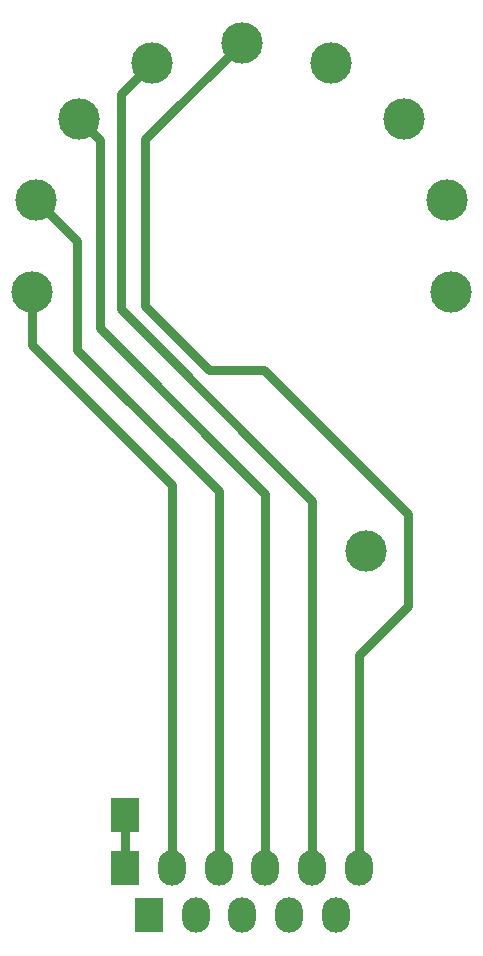
<source format=gbr>
G04 #@! TF.GenerationSoftware,KiCad,Pcbnew,(5.1.4)-1*
G04 #@! TF.CreationDate,2022-10-24T09:46:24-04:00*
G04 #@! TF.ProjectId,CR23 adapter,43523233-2061-4646-9170-7465722e6b69,rev?*
G04 #@! TF.SameCoordinates,Original*
G04 #@! TF.FileFunction,Copper,L1,Top*
G04 #@! TF.FilePolarity,Positive*
%FSLAX46Y46*%
G04 Gerber Fmt 4.6, Leading zero omitted, Abs format (unit mm)*
G04 Created by KiCad (PCBNEW (5.1.4)-1) date 2022-10-24 09:46:24*
%MOMM*%
%LPD*%
G04 APERTURE LIST*
%ADD10C,3.500000*%
%ADD11R,2.350000X3.000000*%
%ADD12O,2.350000X3.000000*%
%ADD13C,0.750000*%
G04 APERTURE END LIST*
D10*
X81350000Y-69595667D03*
X81689875Y-61811257D03*
X85287740Y-54899823D03*
X91469411Y-50156460D03*
X99076540Y-48470000D03*
X106683669Y-50156460D03*
X112865340Y-54899823D03*
X116463205Y-61811257D03*
X116803080Y-69595667D03*
X109576540Y-91470000D03*
D11*
X89220000Y-113870000D03*
X91230000Y-122360000D03*
D12*
X95190000Y-122360000D03*
X99150000Y-122360000D03*
X103110000Y-122360000D03*
X107070000Y-122360000D03*
D11*
X89220000Y-118360000D03*
D12*
X93180000Y-118360000D03*
X97140000Y-118360000D03*
X101100000Y-118360000D03*
X105060000Y-118360000D03*
X109020000Y-118360000D03*
D13*
X90900000Y-56646540D02*
X99076540Y-48470000D01*
X90900000Y-70780000D02*
X90900000Y-56646540D01*
X109020000Y-118360000D02*
X109020000Y-100280000D01*
X109020000Y-100280000D02*
X113175000Y-96125000D01*
X113175000Y-96125000D02*
X113175000Y-88400000D01*
X100940000Y-76165000D02*
X96285000Y-76165000D01*
X113175000Y-88400000D02*
X100940000Y-76165000D01*
X96285000Y-76165000D02*
X90900000Y-70780000D01*
X105060000Y-118360000D02*
X105060000Y-97820000D01*
X105060000Y-87270000D02*
X88840000Y-71050000D01*
X88840000Y-52785871D02*
X91469411Y-50156460D01*
X88840000Y-71050000D02*
X88840000Y-52785871D01*
X105060000Y-97820000D02*
X105060000Y-87270000D01*
X101100000Y-118360000D02*
X101100000Y-97200000D01*
X101100000Y-86650000D02*
X87100000Y-72650000D01*
X87100000Y-56712083D02*
X85287740Y-54899823D01*
X87100000Y-72650000D02*
X87100000Y-56712083D01*
X101100000Y-97200000D02*
X101100000Y-86650000D01*
X97140000Y-118360000D02*
X97140000Y-97000000D01*
X97140000Y-86450000D02*
X85140000Y-74450000D01*
X85140000Y-65261382D02*
X81689875Y-61811257D01*
X85140000Y-74450000D02*
X85140000Y-65261382D01*
X97140000Y-97000000D02*
X97140000Y-86450000D01*
X93180000Y-118360000D02*
X93180000Y-96450000D01*
X81350000Y-74070000D02*
X81350000Y-69595667D01*
X93180000Y-85900000D02*
X81350000Y-74070000D01*
X93180000Y-96450000D02*
X93180000Y-85900000D01*
X89220000Y-118360000D02*
X89220000Y-113870000D01*
M02*

</source>
